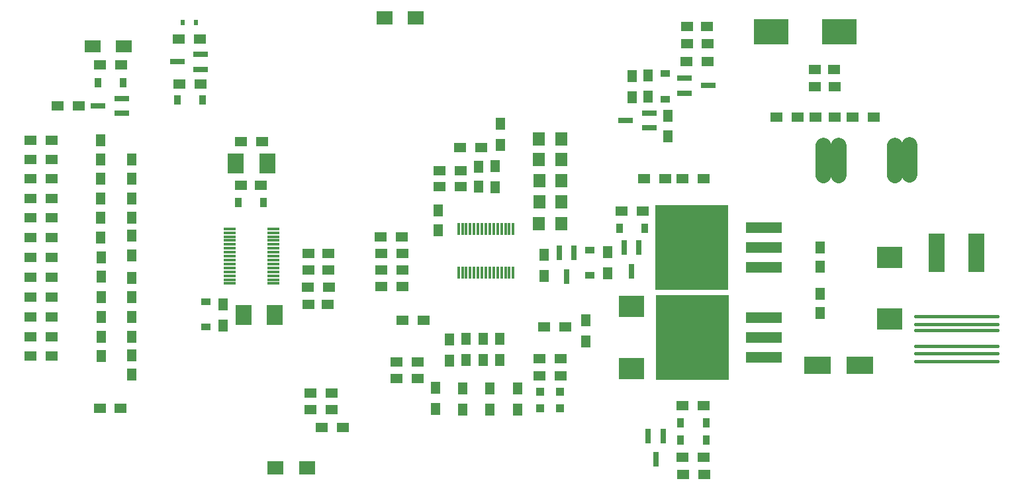
<source format=gbr>
G04 #@! TF.FileFunction,Paste,Top*
%FSLAX46Y46*%
G04 Gerber Fmt 4.6, Leading zero omitted, Abs format (unit mm)*
G04 Created by KiCad (PCBNEW 4.0.4-stable) date Tuesday, December 27, 2016 'AMt' 12:33:23 AM*
%MOMM*%
%LPD*%
G01*
G04 APERTURE LIST*
%ADD10C,0.100000*%
%ADD11C,2.000000*%
%ADD12C,0.450000*%
%ADD13R,0.800000X1.900000*%
%ADD14R,1.000000X1.000000*%
%ADD15R,0.600000X0.800000*%
%ADD16R,1.250000X1.500000*%
%ADD17R,1.500000X1.250000*%
%ADD18R,2.000000X1.600000*%
%ADD19R,2.000000X2.500000*%
%ADD20R,2.032000X5.000000*%
%ADD21R,1.597660X1.800860*%
%ADD22R,3.500120X2.301240*%
%ADD23R,4.500880X3.299460*%
%ADD24R,4.498340X3.299460*%
%ADD25R,1.900000X0.800000*%
%ADD26R,4.600000X1.390000*%
%ADD27R,9.400000X10.800000*%
%ADD28R,1.300000X1.500000*%
%ADD29R,3.200000X2.700000*%
%ADD30R,1.500000X1.300000*%
%ADD31R,2.000000X1.700000*%
%ADD32R,1.600000X0.300000*%
%ADD33R,0.300000X1.600000*%
%ADD34R,1.220000X0.910000*%
%ADD35R,0.910000X1.220000*%
G04 APERTURE END LIST*
D10*
D11*
X125300000Y-22500000D02*
X125300000Y-18700000D01*
X123380000Y-22530000D02*
X123380000Y-18730000D01*
X116220000Y-22530000D02*
X116220000Y-18730000D01*
X114240000Y-22530000D02*
X114240000Y-18730000D01*
D12*
X136550000Y-44370000D02*
X126050000Y-44370000D01*
X136550000Y-45370000D02*
X126050000Y-45370000D01*
X136550000Y-46370000D02*
X126050000Y-46370000D01*
X136550000Y-41600000D02*
X126050000Y-41600000D01*
X136550000Y-40600000D02*
X126050000Y-40600000D01*
X136550000Y-42380000D02*
X126050000Y-42380000D01*
D13*
X82350000Y-32475000D03*
X80450000Y-32475000D03*
X81400000Y-35475000D03*
D14*
X78050000Y-52325000D03*
X80550000Y-52325000D03*
X78050000Y-50275000D03*
X80550000Y-50275000D03*
D15*
X34025000Y-3000000D03*
X32325000Y-3000000D03*
D16*
X64975000Y-29550000D03*
X64975000Y-27050000D03*
D17*
X99325000Y-3475000D03*
X96825000Y-3475000D03*
D16*
X70125000Y-21475000D03*
X70125000Y-23975000D03*
X21800000Y-20550000D03*
X21800000Y-18050000D03*
X25750000Y-23000000D03*
X25750000Y-20500000D03*
X21800000Y-25500000D03*
X21800000Y-23000000D03*
X25750000Y-28000000D03*
X25750000Y-25500000D03*
X21800000Y-30500000D03*
X21800000Y-28000000D03*
X25750000Y-32800000D03*
X25750000Y-30300000D03*
X21850000Y-35550000D03*
X21850000Y-33050000D03*
X25750000Y-38150000D03*
X25750000Y-35650000D03*
X21850000Y-40650000D03*
X21850000Y-38150000D03*
X25750000Y-43200000D03*
X25750000Y-40700000D03*
X21850000Y-45700000D03*
X21850000Y-43200000D03*
X25750000Y-48050000D03*
X25750000Y-45550000D03*
D17*
X115675000Y-11250000D03*
X113175000Y-11250000D03*
X115725000Y-15150000D03*
X113225000Y-15150000D03*
X115625000Y-9050000D03*
X113125000Y-9050000D03*
X50875000Y-39050000D03*
X48375000Y-39050000D03*
D16*
X113800000Y-31750000D03*
X113800000Y-34250000D03*
D18*
X24800000Y-6075000D03*
X20800000Y-6075000D03*
D16*
X113800000Y-37700000D03*
X113800000Y-40200000D03*
D19*
X43100000Y-21000000D03*
X39100000Y-21000000D03*
X40050000Y-40450000D03*
X44050000Y-40450000D03*
D17*
X48400000Y-32575000D03*
X50900000Y-32575000D03*
X39775000Y-23850000D03*
X42275000Y-23850000D03*
X50925000Y-34675000D03*
X48425000Y-34675000D03*
D20*
X133840000Y-32455000D03*
X128760000Y-32455000D03*
D21*
X80719860Y-28700000D03*
X77880140Y-28700000D03*
X80744860Y-25950000D03*
X77905140Y-25950000D03*
X80744860Y-23225000D03*
X77905140Y-23225000D03*
X80719860Y-20550000D03*
X77880140Y-20550000D03*
X80719860Y-17925000D03*
X77880140Y-17925000D03*
D22*
X118900020Y-46825000D03*
X113499980Y-46825000D03*
D23*
X116324280Y-4225000D03*
D24*
X107525720Y-4225000D03*
D13*
X90650000Y-31800000D03*
X88750000Y-31800000D03*
X89700000Y-34800000D03*
D25*
X96500000Y-10125000D03*
X96500000Y-12025000D03*
X99500000Y-11075000D03*
X91975000Y-16500000D03*
X91975000Y-14600000D03*
X88975000Y-15550000D03*
D26*
X106600000Y-31760000D03*
D27*
X97450000Y-31760000D03*
D26*
X106600000Y-29220000D03*
X106600000Y-34300000D03*
X106675000Y-43300000D03*
D27*
X97525000Y-43300000D03*
D26*
X106675000Y-40760000D03*
X106675000Y-45840000D03*
D25*
X24500000Y-14625000D03*
X24500000Y-12725000D03*
X21500000Y-13675000D03*
D13*
X93750000Y-55900000D03*
X91850000Y-55900000D03*
X92800000Y-58900000D03*
D28*
X64600000Y-49775000D03*
X64600000Y-52475000D03*
X68100000Y-49825000D03*
X68100000Y-52525000D03*
X71625000Y-49825000D03*
X71625000Y-52525000D03*
X75100000Y-49850000D03*
X75100000Y-52550000D03*
D29*
X122725000Y-33050000D03*
X122725000Y-40950000D03*
D30*
X57675000Y-34650000D03*
X60375000Y-34650000D03*
D28*
X78525000Y-32725000D03*
X78525000Y-35425000D03*
D29*
X89700000Y-39350000D03*
X89700000Y-47250000D03*
D30*
X57675000Y-32575000D03*
X60375000Y-32575000D03*
D28*
X86675000Y-32400000D03*
X86675000Y-35100000D03*
D30*
X57675000Y-36750000D03*
X60375000Y-36750000D03*
X57650000Y-30475000D03*
X60350000Y-30475000D03*
X91150000Y-27100000D03*
X88450000Y-27100000D03*
X60450000Y-41100000D03*
X63150000Y-41100000D03*
X48675000Y-50400000D03*
X51375000Y-50400000D03*
X48675000Y-52525000D03*
X51375000Y-52525000D03*
X70475000Y-19000000D03*
X67775000Y-19000000D03*
X50100000Y-54800000D03*
X52800000Y-54800000D03*
D28*
X83875000Y-43775000D03*
X83875000Y-41075000D03*
X72925000Y-15975000D03*
X72925000Y-18675000D03*
X66389585Y-46233133D03*
X66389585Y-43533133D03*
X68564585Y-46208133D03*
X68564585Y-43508133D03*
D30*
X59625000Y-46425000D03*
X62325000Y-46425000D03*
X77975000Y-46050000D03*
X80675000Y-46050000D03*
X59625000Y-48525000D03*
X62325000Y-48525000D03*
X99425000Y-7975000D03*
X96725000Y-7975000D03*
X99475000Y-5700000D03*
X96775000Y-5700000D03*
X77975000Y-48175000D03*
X80675000Y-48175000D03*
D28*
X70700000Y-46200000D03*
X70700000Y-43500000D03*
X72825000Y-46200000D03*
X72825000Y-43500000D03*
X91825000Y-12500000D03*
X91825000Y-9800000D03*
X89750000Y-9850000D03*
X89750000Y-12550000D03*
X94400000Y-17600000D03*
X94400000Y-14900000D03*
D30*
X65140001Y-24035000D03*
X67840001Y-24035000D03*
X65125000Y-21950000D03*
X67825000Y-21950000D03*
D28*
X72225000Y-21400000D03*
X72225000Y-24100000D03*
D30*
X81225000Y-41925000D03*
X78525000Y-41925000D03*
X12800000Y-18050000D03*
X15500000Y-18050000D03*
X12800000Y-20500000D03*
X15500000Y-20500000D03*
X12800000Y-23000000D03*
X15500000Y-23000000D03*
X12800000Y-25500000D03*
X15500000Y-25500000D03*
X12800000Y-28000000D03*
X15500000Y-28000000D03*
X12800000Y-30500000D03*
X15500000Y-30500000D03*
X12800000Y-33050000D03*
X15500000Y-33050000D03*
X12800000Y-35600000D03*
X15500000Y-35600000D03*
X12800000Y-38150000D03*
X15500000Y-38150000D03*
X12800000Y-40650000D03*
X15500000Y-40650000D03*
X12800000Y-43200000D03*
X15500000Y-43200000D03*
X12800000Y-45700000D03*
X15500000Y-45700000D03*
X117975000Y-15150000D03*
X120675000Y-15150000D03*
X110975000Y-15150000D03*
X108275000Y-15150000D03*
X48275000Y-36875000D03*
X50975000Y-36875000D03*
X96250000Y-23000000D03*
X98950000Y-23000000D03*
X21725000Y-8450000D03*
X24425000Y-8450000D03*
X91350000Y-23000000D03*
X94050000Y-23000000D03*
X16275000Y-13675000D03*
X18975000Y-13675000D03*
X99000000Y-60800000D03*
X96300000Y-60800000D03*
X96250000Y-58600000D03*
X98950000Y-58600000D03*
X98950000Y-52000000D03*
X96250000Y-52000000D03*
X39750000Y-18225000D03*
X42450000Y-18225000D03*
X21675000Y-52400000D03*
X24375000Y-52400000D03*
D28*
X37450000Y-39050000D03*
X37450000Y-41750000D03*
D31*
X44175000Y-60000000D03*
X48175000Y-60000000D03*
X62100000Y-2425000D03*
X58100000Y-2425000D03*
D32*
X43900000Y-36400000D03*
X43900000Y-35900000D03*
X43900000Y-35400000D03*
X43900000Y-34900000D03*
X43900000Y-34400000D03*
X43900000Y-33900000D03*
X43900000Y-33400000D03*
X43900000Y-32900000D03*
X43900000Y-32400000D03*
X43900000Y-31900000D03*
X43900000Y-31400000D03*
X43900000Y-30900000D03*
X43900000Y-30400000D03*
X43900000Y-29900000D03*
X43900000Y-29400000D03*
X38300000Y-29400000D03*
X38300000Y-29900000D03*
X38300000Y-30400000D03*
X38300000Y-30900000D03*
X38300000Y-31400000D03*
X38300000Y-31900000D03*
X38300000Y-32400000D03*
X38300000Y-32900000D03*
X38300000Y-33400000D03*
X38300000Y-33900000D03*
X38300000Y-34400000D03*
X38300000Y-34900000D03*
X38300000Y-35400000D03*
X38300000Y-35900000D03*
X38300000Y-36400000D03*
D33*
X67575000Y-35000000D03*
X68075000Y-35000000D03*
X68575000Y-35000000D03*
X69075000Y-35000000D03*
X69575000Y-35000000D03*
X70075000Y-35000000D03*
X70575000Y-35000000D03*
X71075000Y-35000000D03*
X71575000Y-35000000D03*
X72075000Y-35000000D03*
X72575000Y-35000000D03*
X73075000Y-35000000D03*
X73575000Y-35000000D03*
X74075000Y-35000000D03*
X74575000Y-35000000D03*
X74575000Y-29400000D03*
X74075000Y-29400000D03*
X73575000Y-29400000D03*
X73075000Y-29400000D03*
X72575000Y-29400000D03*
X72075000Y-29400000D03*
X71575000Y-29400000D03*
X71075000Y-29400000D03*
X70575000Y-29400000D03*
X70075000Y-29400000D03*
X69575000Y-29400000D03*
X69075000Y-29400000D03*
X68575000Y-29400000D03*
X68075000Y-29400000D03*
X67575000Y-29400000D03*
D34*
X84400000Y-35385000D03*
X84400000Y-32115000D03*
D35*
X91435000Y-29300000D03*
X88165000Y-29300000D03*
D34*
X94000000Y-12785000D03*
X94000000Y-9515000D03*
D35*
X24710000Y-10700000D03*
X21440000Y-10700000D03*
X99235000Y-56400000D03*
X95965000Y-56400000D03*
X99235000Y-54200000D03*
X95965000Y-54200000D03*
X42660000Y-26050000D03*
X39390000Y-26050000D03*
D34*
X35225000Y-41985000D03*
X35225000Y-38715000D03*
D35*
X34860000Y-12950000D03*
X31590000Y-12950000D03*
D25*
X34625000Y-8975000D03*
X34625000Y-7075000D03*
X31625000Y-8025000D03*
D30*
X34500000Y-5100000D03*
X31800000Y-5100000D03*
X31900000Y-10850000D03*
X34600000Y-10850000D03*
M02*

</source>
